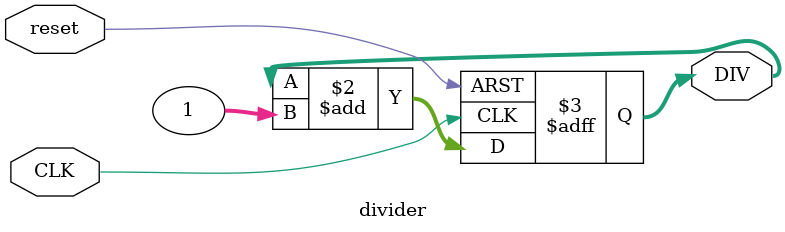
<source format=v>
`timescale 1ns / 1ps


module divider(CLK, DIV, reset);
    input CLK, reset;
    output reg [31:0] DIV;
    
    always @(posedge CLK, posedge reset)
    begin   
        if(reset)
            DIV <= 0;
        else
            DIV <= DIV+1;
    end 
endmodule

</source>
